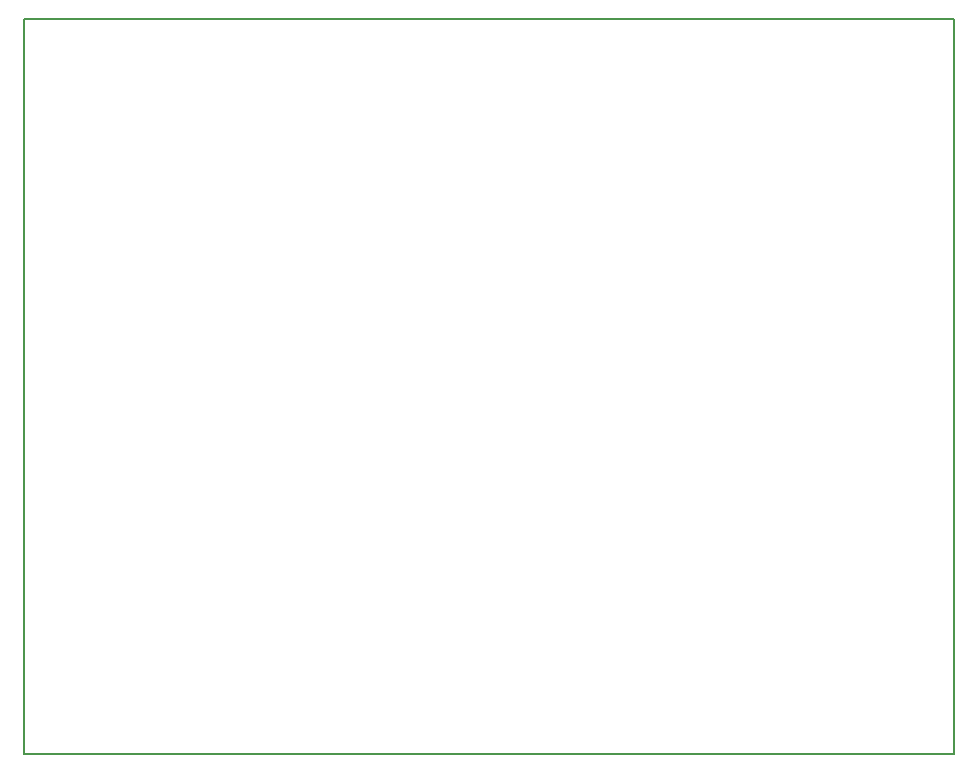
<source format=gbr>
%TF.GenerationSoftware,KiCad,Pcbnew,7.0.7*%
%TF.CreationDate,2023-10-12T01:51:54+03:00*%
%TF.ProjectId,main,6d61696e-2e6b-4696-9361-645f70636258,rev?*%
%TF.SameCoordinates,Original*%
%TF.FileFunction,Profile,NP*%
%FSLAX46Y46*%
G04 Gerber Fmt 4.6, Leading zero omitted, Abs format (unit mm)*
G04 Created by KiCad (PCBNEW 7.0.7) date 2023-10-12 01:51:54*
%MOMM*%
%LPD*%
G01*
G04 APERTURE LIST*
%TA.AperFunction,Profile*%
%ADD10C,0.200000*%
%TD*%
G04 APERTURE END LIST*
D10*
X52070000Y-30480000D02*
X130810000Y-30480000D01*
X130810000Y-92710000D01*
X52070000Y-92710000D01*
X52070000Y-30480000D01*
M02*

</source>
